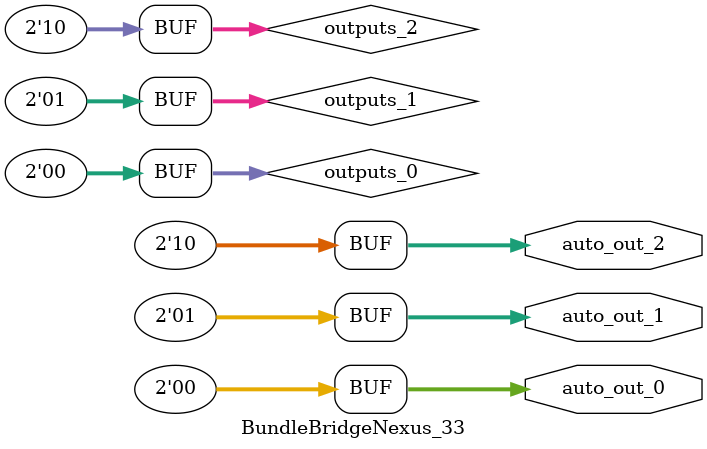
<source format=sv>
`ifndef RANDOMIZE
  `ifdef RANDOMIZE_REG_INIT
    `define RANDOMIZE
  `endif // RANDOMIZE_REG_INIT
`endif // not def RANDOMIZE
`ifndef RANDOMIZE
  `ifdef RANDOMIZE_MEM_INIT
    `define RANDOMIZE
  `endif // RANDOMIZE_MEM_INIT
`endif // not def RANDOMIZE

`ifndef RANDOM
  `define RANDOM $random
`endif // not def RANDOM

// Users can define 'PRINTF_COND' to add an extra gate to prints.
`ifndef PRINTF_COND_
  `ifdef PRINTF_COND
    `define PRINTF_COND_ (`PRINTF_COND)
  `else  // PRINTF_COND
    `define PRINTF_COND_ 1
  `endif // PRINTF_COND
`endif // not def PRINTF_COND_

// Users can define 'ASSERT_VERBOSE_COND' to add an extra gate to assert error printing.
`ifndef ASSERT_VERBOSE_COND_
  `ifdef ASSERT_VERBOSE_COND
    `define ASSERT_VERBOSE_COND_ (`ASSERT_VERBOSE_COND)
  `else  // ASSERT_VERBOSE_COND
    `define ASSERT_VERBOSE_COND_ 1
  `endif // ASSERT_VERBOSE_COND
`endif // not def ASSERT_VERBOSE_COND_

// Users can define 'STOP_COND' to add an extra gate to stop conditions.
`ifndef STOP_COND_
  `ifdef STOP_COND
    `define STOP_COND_ (`STOP_COND)
  `else  // STOP_COND
    `define STOP_COND_ 1
  `endif // STOP_COND
`endif // not def STOP_COND_

// Users can define INIT_RANDOM as general code that gets injected into the
// initializer block for modules with registers.
`ifndef INIT_RANDOM
  `define INIT_RANDOM
`endif // not def INIT_RANDOM

// If using random initialization, you can also define RANDOMIZE_DELAY to
// customize the delay used, otherwise 0.002 is used.
`ifndef RANDOMIZE_DELAY
  `define RANDOMIZE_DELAY 0.002
`endif // not def RANDOMIZE_DELAY

// Define INIT_RANDOM_PROLOG_ for use in our modules below.
`ifndef INIT_RANDOM_PROLOG_
  `ifdef RANDOMIZE
    `ifdef VERILATOR
      `define INIT_RANDOM_PROLOG_ `INIT_RANDOM
    `else  // VERILATOR
      `define INIT_RANDOM_PROLOG_ `INIT_RANDOM #`RANDOMIZE_DELAY begin end
    `endif // VERILATOR
  `else  // RANDOMIZE
    `define INIT_RANDOM_PROLOG_
  `endif // RANDOMIZE
`endif // not def INIT_RANDOM_PROLOG_

module BundleBridgeNexus_33(
  output [1:0] auto_out_2,
               auto_out_1,
               auto_out_0
);

  wire [1:0] outputs_0 = 2'h0;	// @[HasTiles.scala:161:32]
  wire [1:0] outputs_1 = 2'h1;	// @[HasTiles.scala:161:32]
  wire [1:0] outputs_2 = 2'h2;	// @[HasTiles.scala:161:32]
  assign auto_out_2 = outputs_2;	// @[HasTiles.scala:161:32]
  assign auto_out_1 = outputs_1;	// @[HasTiles.scala:161:32]
  assign auto_out_0 = outputs_0;	// @[HasTiles.scala:161:32]
endmodule


</source>
